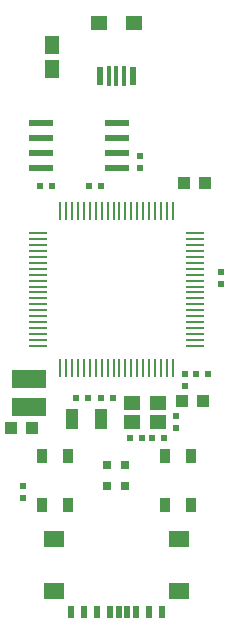
<source format=gbr>
G04 #@! TF.GenerationSoftware,KiCad,Pcbnew,5.1.0-rc2-unknown-036be7d~80~ubuntu16.04.1*
G04 #@! TF.CreationDate,2022-06-21T13:21:02+03:00*
G04 #@! TF.ProjectId,RT1010Py_Rev.C,52543130-3130-4507-995f-5265762e432e,C*
G04 #@! TF.SameCoordinates,Original*
G04 #@! TF.FileFunction,Paste,Top*
G04 #@! TF.FilePolarity,Positive*
%FSLAX46Y46*%
G04 Gerber Fmt 4.6, Leading zero omitted, Abs format (unit mm)*
G04 Created by KiCad (PCBNEW 5.1.0-rc2-unknown-036be7d~80~ubuntu16.04.1) date 2022-06-21 13:21:02*
%MOMM*%
%LPD*%
G04 APERTURE LIST*
%ADD10R,1.630000X0.230000*%
%ADD11R,0.230000X1.630000*%
%ADD12R,0.500000X1.000000*%
%ADD13R,1.754000X1.454000*%
%ADD14R,0.904000X1.304000*%
%ADD15R,0.800000X0.800000*%
%ADD16R,1.016000X1.016000*%
%ADD17R,0.550000X0.500000*%
%ADD18R,0.500000X0.550000*%
%ADD19R,1.000000X1.800000*%
%ADD20R,2.000000X0.600000*%
%ADD21R,1.400000X1.200000*%
%ADD22R,3.000000X1.600000*%
%ADD23R,1.270000X1.524000*%
%ADD24R,1.354000X1.254000*%
%ADD25R,0.500000X1.650000*%
%ADD26R,0.396120X1.721120*%
G04 APERTURE END LIST*
D10*
X144504518Y-80975000D03*
X144504518Y-81475000D03*
X144504518Y-81975000D03*
X144504518Y-82475000D03*
X144504518Y-88475000D03*
X144504518Y-88975000D03*
X144504518Y-89475000D03*
X144504518Y-89975000D03*
X144504518Y-90475000D03*
X157755482Y-90475000D03*
X157755482Y-89975000D03*
X157755482Y-89475000D03*
X157755482Y-88975000D03*
X157755482Y-88475000D03*
X157755482Y-87975000D03*
X157755482Y-87475000D03*
X157755482Y-86975000D03*
X157755482Y-86475000D03*
X157755482Y-85975000D03*
X157755482Y-85475000D03*
X157755482Y-84975000D03*
X157755482Y-84475000D03*
X157755482Y-83975000D03*
X157755482Y-83475000D03*
X157755482Y-82975000D03*
X157755482Y-82475000D03*
X157755482Y-81975000D03*
X157755482Y-81475000D03*
X157755482Y-80975000D03*
D11*
X146380000Y-92350482D03*
X146880000Y-92350482D03*
X147380000Y-92350482D03*
X147880000Y-92350482D03*
X148380000Y-92350482D03*
X148880000Y-92350482D03*
X149380000Y-92350482D03*
X149880000Y-92350482D03*
X150380000Y-92350482D03*
X150880000Y-92350482D03*
X151380000Y-92350482D03*
X151880000Y-92350482D03*
X152380000Y-92350482D03*
X152880000Y-92350482D03*
X153380000Y-92350482D03*
X153880000Y-92350482D03*
X154380000Y-92350482D03*
X154880000Y-92350482D03*
X155380000Y-92350482D03*
X155880000Y-92350482D03*
X155880000Y-79099518D03*
X155380000Y-79099518D03*
X154880000Y-79099518D03*
X154380000Y-79099518D03*
X153880000Y-79099518D03*
X153380000Y-79099518D03*
X152880000Y-79099518D03*
X152380000Y-79099518D03*
X151880000Y-79099518D03*
X151380000Y-79099518D03*
X150880000Y-79099518D03*
X150380000Y-79099518D03*
X149880000Y-79099518D03*
X149380000Y-79099518D03*
X148880000Y-79099518D03*
X148380000Y-79099518D03*
X147880000Y-79099518D03*
X147380000Y-79099518D03*
X146880000Y-79099518D03*
X146380000Y-79099518D03*
D10*
X144504518Y-83475000D03*
X144504518Y-83975000D03*
X144504518Y-84475000D03*
X144504518Y-84975000D03*
X144504518Y-85475000D03*
X144504518Y-85975000D03*
X144504518Y-86475000D03*
X144504518Y-86975000D03*
X144504518Y-87475000D03*
X144504518Y-87975000D03*
X144504518Y-82975000D03*
D12*
X147280000Y-113028000D03*
X148380000Y-113028000D03*
X149480000Y-113028000D03*
X150580000Y-113028000D03*
X151330000Y-113028000D03*
X152030000Y-113028000D03*
X152780000Y-113028000D03*
X153880000Y-113028000D03*
X154980000Y-113028000D03*
D13*
X156430000Y-111278000D03*
X145830000Y-111278000D03*
X156430000Y-106828000D03*
X145830000Y-106828000D03*
D14*
X146998000Y-99779000D03*
X146998000Y-103929000D03*
X144848000Y-99779000D03*
X144848000Y-103929000D03*
D15*
X150368000Y-100584000D03*
X151892000Y-100584000D03*
D16*
X142240000Y-97409000D03*
X144018000Y-97409000D03*
X158623000Y-76708000D03*
X156845000Y-76708000D03*
X156718000Y-95123000D03*
X158496000Y-95123000D03*
D17*
X156210000Y-96393000D03*
X156210000Y-97409000D03*
D18*
X153289000Y-98298000D03*
X152273000Y-98298000D03*
X150876000Y-94869000D03*
X149860000Y-94869000D03*
X147701000Y-94869000D03*
X148717000Y-94869000D03*
D17*
X160020000Y-84201000D03*
X160020000Y-85217000D03*
D18*
X148844000Y-76962000D03*
X149860000Y-76962000D03*
D17*
X156972000Y-92837000D03*
X156972000Y-93853000D03*
D18*
X157861000Y-92837000D03*
X158877000Y-92837000D03*
X145669000Y-76962000D03*
X144653000Y-76962000D03*
X155194000Y-98298000D03*
X154178000Y-98298000D03*
D17*
X143256000Y-102362000D03*
X143256000Y-103378000D03*
X153162000Y-75438000D03*
X153162000Y-74422000D03*
D15*
X150368000Y-102362000D03*
X151892000Y-102362000D03*
D14*
X155262000Y-103929000D03*
X155262000Y-99779000D03*
X157412000Y-103929000D03*
X157412000Y-99779000D03*
D19*
X149840000Y-96647000D03*
X147340000Y-96647000D03*
D20*
X144720000Y-75438000D03*
X144720000Y-74168000D03*
X144720000Y-72898000D03*
X144720000Y-71628000D03*
X151190000Y-71628000D03*
X151190000Y-72898000D03*
X151190000Y-74168000D03*
X151190000Y-75438000D03*
D21*
X154643000Y-96939000D03*
X152443000Y-95339000D03*
X152443000Y-96939000D03*
X154643000Y-95339000D03*
D22*
X143764000Y-93288000D03*
X143764000Y-95688000D03*
D23*
X145669000Y-67056000D03*
X145669000Y-65024000D03*
D24*
X149630000Y-63116000D03*
X152630000Y-63116000D03*
D25*
X149742500Y-67666000D03*
D26*
X150480000Y-67666000D03*
X151130000Y-67666000D03*
X151780000Y-67666000D03*
D25*
X152517500Y-67666000D03*
M02*

</source>
